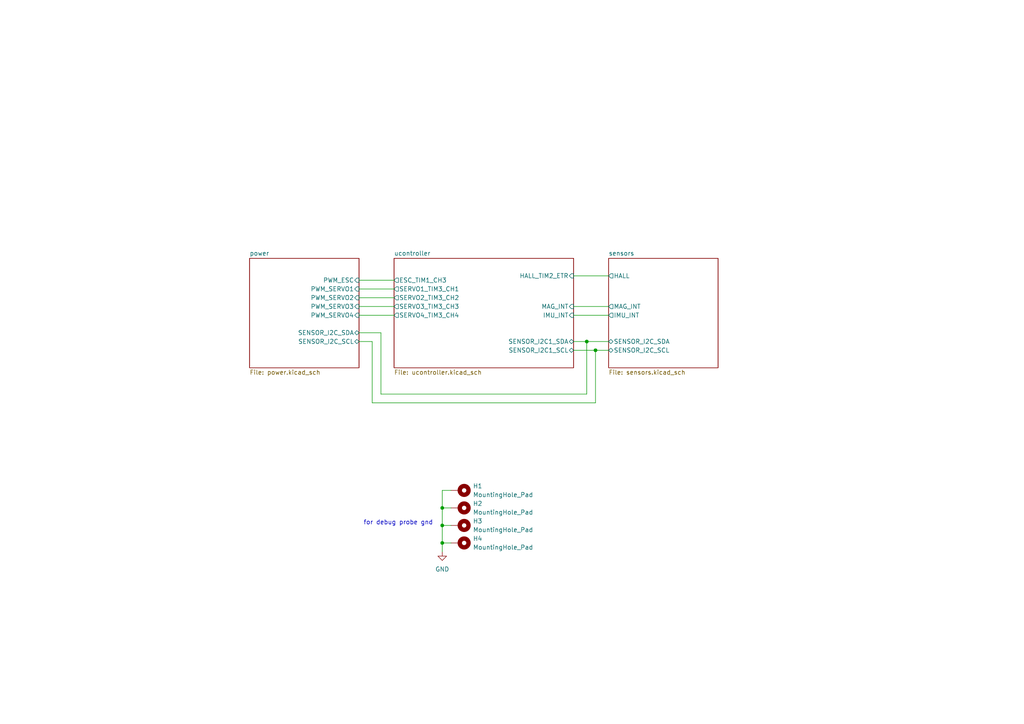
<source format=kicad_sch>
(kicad_sch (version 20211123) (generator eeschema)
  (paper "A4")
  (title_block (title "UAV TVC Goose Flight Controller") (date "2023-07-31") (rev "V2.0"))
  (lib_symbols
    (symbol "Mechanical:MountingHole_Pad" (pin_numbers hide) (pin_names (offset 1.016) hide)
      (property "Reference" "H" (at 0 6.35 0))
      (property "Value" "MountingHole_Pad" (at 0 4.445 0))
      (symbol "MountingHole_Pad_0_1"
        (circle (center 0 1.27) (radius 1.27) (stroke (width 1.27)))
      )
      (symbol "MountingHole_Pad_1_1"
        (pin input line (at 0 -2.54 90) (length 2.54) (name "1") (number "1"))
      )
    )
    (symbol "power:GND" (power) (pin_names (offset 0))
      (property "Value" "GND" (at 0 -3.81 0))
      (symbol "GND_0_1"
        (polyline (pts (xy 0 0) (xy 0 -1.27) (xy 1.27 -1.27) (xy 0 -2.54) (xy -1.27 -1.27) (xy 0 -1.27)))
      )
      (symbol "GND_1_1"
        (pin power_in line (at 0 0 270) (length 0) hide (name "GND") (number "1"))
      )
    )
  )
  (junction (at 172.72 101.6))
  (junction (at 128.27 147.32))
  (junction (at 128.27 157.48))
  (junction (at 128.27 152.4))
  (junction (at 170.18 99.06))
  (wire (pts (xy 107.95 99.06) (xy 104.14 99.06)))
  (wire (pts (xy 104.14 83.82) (xy 114.3 83.82)))
  (wire (pts (xy 166.37 91.44) (xy 176.53 91.44)))
  (wire (pts (xy 172.72 116.84) (xy 107.95 116.84)))
  (wire (pts (xy 166.37 101.6) (xy 172.72 101.6)))
  (wire (pts (xy 166.37 88.9) (xy 176.53 88.9)))
  (wire (pts (xy 128.27 147.32) (xy 128.27 142.24)))
  (wire (pts (xy 104.14 81.28) (xy 114.3 81.28)))
  (wire (pts (xy 128.27 142.24) (xy 130.81 142.24)))
  (wire (pts (xy 128.27 152.4) (xy 130.81 152.4)))
  (wire (pts (xy 166.37 99.06) (xy 170.18 99.06)))
  (wire (pts (xy 110.49 96.52) (xy 104.14 96.52)))
  (wire (pts (xy 104.14 86.36) (xy 114.3 86.36)))
  (wire (pts (xy 128.27 147.32) (xy 130.81 147.32)))
  (wire (pts (xy 170.18 99.06) (xy 170.18 114.3)))
  (wire (pts (xy 166.37 80.01) (xy 176.53 80.01)))
  (wire (pts (xy 128.27 157.48) (xy 128.27 152.4)))
  (wire (pts (xy 170.18 114.3) (xy 110.49 114.3)))
  (wire (pts (xy 107.95 116.84) (xy 107.95 99.06)))
  (wire (pts (xy 170.18 99.06) (xy 176.53 99.06)))
  (wire (pts (xy 172.72 101.6) (xy 176.53 101.6)))
  (wire (pts (xy 172.72 101.6) (xy 172.72 116.84)))
  (wire (pts (xy 128.27 160.02) (xy 128.27 157.48)))
  (wire (pts (xy 128.27 152.4) (xy 128.27 147.32)))
  (wire (pts (xy 128.27 157.48) (xy 130.81 157.48)))
  (wire (pts (xy 104.14 91.44) (xy 114.3 91.44)))
  (wire (pts (xy 104.14 88.9) (xy 114.3 88.9)))
  (wire (pts (xy 110.49 114.3) (xy 110.49 96.52)))
  (text "for debug probe gnd\n" (at 105.41 152.4 0) (effects (font (size 1.27 1.27)) (justify left bottom)))
  (symbol (lib_id "Mechanical:MountingHole_Pad") (at 133.35 142.24 270) (unit 1)
    (property "Reference" "H1" (at 137.16 140.9699 90) (effects (justify left)))
    (property "Value" "MountingHole_Pad" (at 137.16 143.5099 90) (effects (justify left)))
    (property "Footprint" "MountingHole:MountingHole_3.2mm_M3_Pad_Via" (effects hide))
  )
  (symbol (lib_id "Mechanical:MountingHole_Pad") (at 133.35 157.48 270) (unit 1)
    (property "Reference" "H4" (at 137.16 156.2099 90) (effects (justify left)))
    (property "Value" "MountingHole_Pad" (at 137.16 158.7499 90) (effects (justify left)))
    (property "Footprint" "MountingHole:MountingHole_3.2mm_M3_Pad_Via" (effects hide))
  )
  (symbol (lib_id "power:GND") (at 128.27 160.02 0) (unit 1)
    (property "Reference" "#PWR01" (effects hide))
    (property "Value" "GND" (at 128.27 165.1 0))
  )
  (symbol (lib_id "Mechanical:MountingHole_Pad") (at 133.35 147.32 270) (unit 1)
    (property "Reference" "H2" (at 137.16 146.0499 90) (effects (justify left)))
    (property "Value" "MountingHole_Pad" (at 137.16 148.5899 90) (effects (justify left)))
    (property "Footprint" "MountingHole:MountingHole_3.2mm_M3_Pad_Via" (effects hide))
  )
  (symbol (lib_id "Mechanical:MountingHole_Pad") (at 133.35 152.4 270) (unit 1)
    (property "Reference" "H3" (at 137.16 151.1299 90) (effects (justify left)))
    (property "Value" "MountingHole_Pad" (at 137.16 153.6699 90) (effects (justify left)))
    (property "Footprint" "MountingHole:MountingHole_3.2mm_M3_Pad_Via" (effects hide))
  )
  (sheet (at 114.3 74.93) (size 52.07 31.75) (stroke (width 0.1524))
    (property "Sheet name" "ucontroller" (at 114.3 74.2184 0) (effects (justify left bottom)))
    (property "Sheet file" "ucontroller.kicad_sch" (at 114.3 107.2646 0) (effects (justify left top)))
    (pin "SERVO2_TIM3_CH2" output (at 114.3 86.36 180))
    (pin "SERVO1_TIM3_CH1" output (at 114.3 83.82 180))
    (pin "IMU_INT" input (at 166.37 91.44 0))
    (pin "MAG_INT" input (at 166.37 88.9 0))
    (pin "SERVO3_TIM3_CH3" output (at 114.3 88.9 180))
    (pin "SERVO4_TIM3_CH4" output (at 114.3 91.44 180))
    (pin "SENSOR_I2C1_SCL" bidirectional (at 166.37 101.6 0))
    (pin "SENSOR_I2C1_SDA" bidirectional (at 166.37 99.06 0))
    (pin "HALL_TIM2_ETR" input (at 166.37 80.01 0))
    (pin "ESC_TIM1_CH3" output (at 114.3 81.28 180))
  )
  (sheet (at 72.39 74.93) (size 31.75 31.75) (stroke (width 0.1524))
    (property "Sheet name" "power" (at 72.39 74.2184 0) (effects (justify left bottom)))
    (property "Sheet file" "power.kicad_sch" (at 72.39 107.2646 0) (effects (justify left top)))
    (pin "PWM_SERVO4" input (at 104.14 91.44 0))
    (pin "PWM_SERVO2" input (at 104.14 86.36 0))
    (pin "PWM_ESC" input (at 104.14 81.28 0))
    (pin "PWM_SERVO1" input (at 104.14 83.82 0))
    (pin "PWM_SERVO3" input (at 104.14 88.9 0))
    (pin "SENSOR_I2C_SCL" bidirectional (at 104.14 99.06 0))
    (pin "SENSOR_I2C_SDA" bidirectional (at 104.14 96.52 0))
  )
  (sheet (at 176.53 74.93) (size 31.75 31.75) (stroke (width 0.1524))
    (property "Sheet name" "sensors" (at 176.53 74.2184 0) (effects (justify left bottom)))
    (property "Sheet file" "sensors.kicad_sch" (at 176.53 107.2646 0) (effects (justify left top)))
    (pin "IMU_INT" output (at 176.53 91.44 180))
    (pin "MAG_INT" output (at 176.53 88.9 180))
    (pin "HALL" output (at 176.53 80.01 180))
    (pin "SENSOR_I2C_SCL" bidirectional (at 176.53 101.6 180))
    (pin "SENSOR_I2C_SDA" bidirectional (at 176.53 99.06 180))
  )
)
</source>
